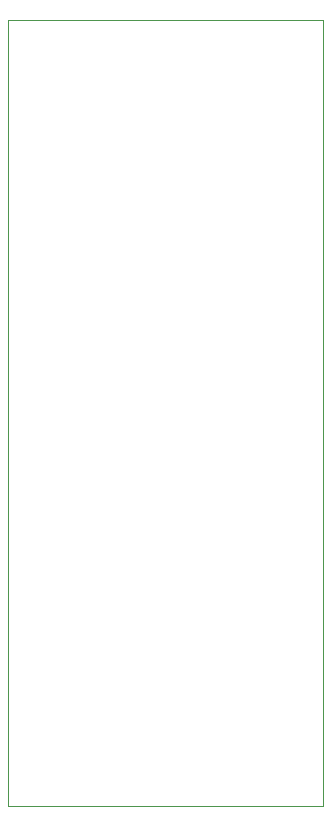
<source format=gbr>
%TF.GenerationSoftware,KiCad,Pcbnew,7.0.2-0*%
%TF.CreationDate,2024-02-15T09:00:13-05:00*%
%TF.ProjectId,Turbidity_v13,54757262-6964-4697-9479-5f7631332e6b,13*%
%TF.SameCoordinates,Original*%
%TF.FileFunction,Profile,NP*%
%FSLAX46Y46*%
G04 Gerber Fmt 4.6, Leading zero omitted, Abs format (unit mm)*
G04 Created by KiCad (PCBNEW 7.0.2-0) date 2024-02-15 09:00:13*
%MOMM*%
%LPD*%
G01*
G04 APERTURE LIST*
%TA.AperFunction,Profile*%
%ADD10C,0.100000*%
%TD*%
G04 APERTURE END LIST*
D10*
X136144000Y-57556400D02*
X162763200Y-57556400D01*
X162763200Y-124053600D01*
X136144000Y-124053600D01*
X136144000Y-57556400D01*
M02*

</source>
